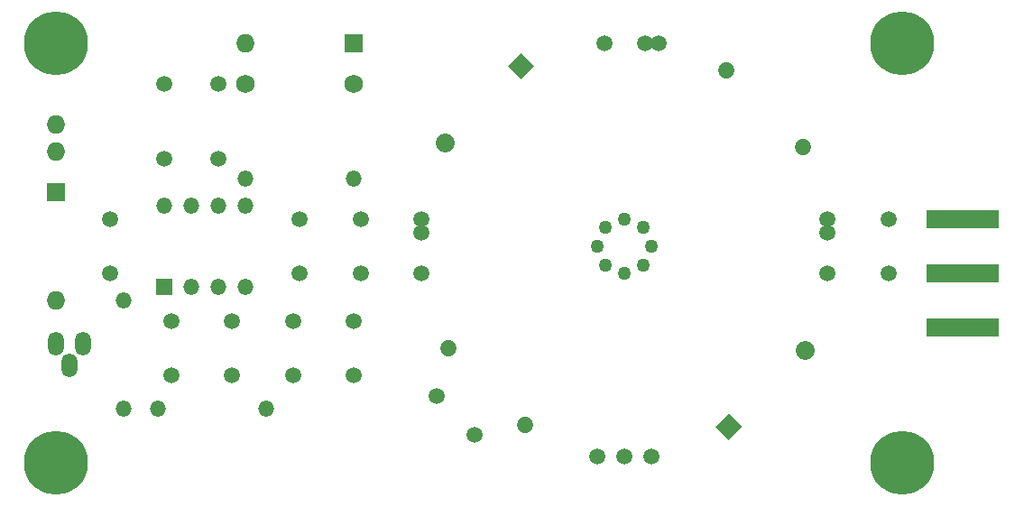
<source format=gts>
G04 (created by PCBNEW (22-Jun-2014 BZR 4027)-stable) date Wed 13 Dec 2017 11:48:00 PM CST*
%MOIN*%
G04 Gerber Fmt 3.4, Leading zero omitted, Abs format*
%FSLAX34Y34*%
G01*
G70*
G90*
G04 APERTURE LIST*
%ADD10C,0.00590551*%
%ADD11O,0.059X0.0885*%
%ADD12O,0.059X0.059*%
%ADD13C,0.059*%
%ADD14R,0.069X0.069*%
%ADD15O,0.069X0.069*%
%ADD16C,0.069*%
%ADD17C,0.059*%
%ADD18C,0.05*%
%ADD19R,0.059X0.059*%
%ADD20R,0.269X0.069*%
%ADD21C,0.23622*%
%ADD22C,0.069*%
G04 APERTURE END LIST*
G54D10*
G54D11*
X81500Y-55602D03*
X81000Y-56397D03*
X80500Y-55602D03*
G54D12*
X83000Y-54000D03*
X83000Y-58000D03*
X88250Y-58000D03*
X84250Y-58000D03*
G54D13*
X95000Y-55750D02*
X95000Y-55750D01*
X97828Y-58578D02*
X97828Y-58578D01*
X105250Y-45500D02*
X105250Y-45500D01*
X108078Y-48328D02*
X108078Y-48328D01*
G54D12*
X87500Y-49500D03*
X91500Y-49500D03*
G54D14*
X80500Y-50000D03*
G54D15*
X80500Y-54000D03*
G54D10*
G36*
X105335Y-58176D02*
X105823Y-58664D01*
X105335Y-59152D01*
X104847Y-58664D01*
X105335Y-58176D01*
X105335Y-58176D01*
G37*
G54D16*
X108164Y-55835D02*
X108164Y-55835D01*
G54D10*
G36*
X97664Y-45823D02*
X97176Y-45335D01*
X97664Y-44847D01*
X98152Y-45335D01*
X97664Y-45823D01*
X97664Y-45823D01*
G37*
G54D16*
X94835Y-48164D02*
X94835Y-48164D01*
G54D14*
X91500Y-44500D03*
G54D15*
X87500Y-44500D03*
G54D17*
X87000Y-54750D03*
X87000Y-56750D03*
X91500Y-56750D03*
X91500Y-54750D03*
X82500Y-51000D03*
X82500Y-53000D03*
X111250Y-51000D03*
X111250Y-53000D03*
X84750Y-56750D03*
X84750Y-54750D03*
X84500Y-48750D03*
X86500Y-48750D03*
X95957Y-58957D03*
X94542Y-57542D03*
X89500Y-51000D03*
X89500Y-53000D03*
X91750Y-51000D03*
X91750Y-53000D03*
X89250Y-54750D03*
X89250Y-56750D03*
G54D18*
X101500Y-51000D03*
X102500Y-52000D03*
X102200Y-52700D03*
X102200Y-51300D03*
X101500Y-53000D03*
X100800Y-52700D03*
X100500Y-52000D03*
X100800Y-51300D03*
G54D19*
X84500Y-53500D03*
G54D12*
X85500Y-53500D03*
X86500Y-53500D03*
X87500Y-53500D03*
X87500Y-50500D03*
X86500Y-50500D03*
X84500Y-50500D03*
X85500Y-50500D03*
G54D20*
X114000Y-51000D03*
X114000Y-53000D03*
G54D15*
X80500Y-47500D03*
X80500Y-48500D03*
G54D21*
X80500Y-44500D03*
X111750Y-44500D03*
X111750Y-60000D03*
X80500Y-60000D03*
G54D20*
X114000Y-55000D03*
G54D22*
X87500Y-46000D03*
X91500Y-46000D03*
G54D17*
X86500Y-46000D03*
X84500Y-46000D03*
X102500Y-59750D03*
X100500Y-59750D03*
X101500Y-59750D03*
X102750Y-44500D03*
X100750Y-44500D03*
X102250Y-44500D03*
X109000Y-51000D03*
X109000Y-53000D03*
X109000Y-51500D03*
X94000Y-51000D03*
X94000Y-53000D03*
X94000Y-51500D03*
M02*

</source>
